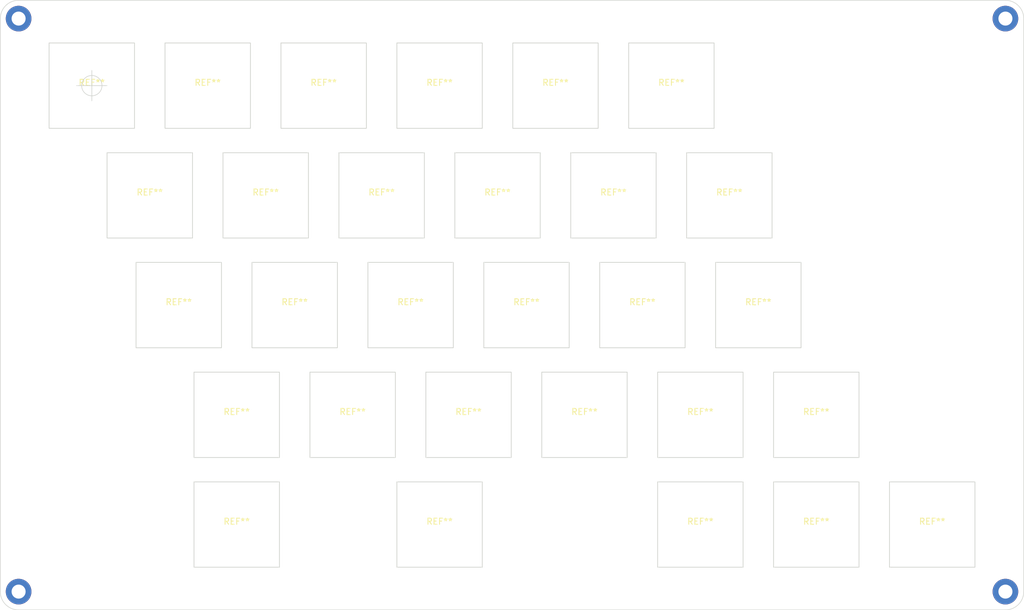
<source format=kicad_pcb>
(kicad_pcb (version 20211014) (generator pcbnew)
  (layers (0 "F.Cu" signal) (31 "B.Cu" signal) (34 "B.Paste" user) (35 "F.Paste" user) (36 "B.SilkS" user "B.Silkscreen") (37 "F.SilkS" user "F.Silkscreen") (38 "B.Mask" user) (39 "F.Mask" user) (44 "Edge.Cuts" user))
  (net 0 "")
  (footprint "Plate:Keyswitch Hole" (layer "F.Cu") (at 92.75 104)
    (fp_text reference "REF**" (at 0 -0.5 unlocked) (layer "F.SilkS"))
    (fp_text value "Keyswitch Hole")
    (fp_rect (start -7 -7) (end 7 7) (layer "Edge.Cuts") (width 0.12) (fill none))
  )
  (footprint "Plate:Keyswitch Hole" (layer "F.Cu") (at 107 50)
    (fp_text reference "REF**" (at 0 -0.5 unlocked) (layer "F.SilkS"))
    (fp_text value "Keyswitch Hole")
    (fp_rect (start -7 -7) (end 7 7) (layer "Edge.Cuts") (width 0.12) (fill none))
  )
  (footprint "Plate:Keyswitch Hole" (layer "F.Cu") (at 69 50)
    (fp_text reference "REF**" (at 0 -0.5 unlocked) (layer "F.SilkS"))
    (fp_text value "Keyswitch Hole")
    (fp_rect (start -7 -7) (end 7 7) (layer "Edge.Cuts") (width 0.12) (fill none))
  )
  (footprint "Plate:Keyswitch Hole" (layer "F.Cu") (at 83.25 86)
    (fp_text reference "REF**" (at 0 -0.5 unlocked) (layer "F.SilkS"))
    (fp_text value "Keyswitch Hole")
    (fp_rect (start -7 -7) (end 7 7) (layer "Edge.Cuts") (width 0.12) (fill none))
  )
  (footprint "Plate:Keyswitch Hole" (layer "F.Cu") (at 116.5 68)
    (fp_text reference "REF**" (at 0 -0.5 unlocked) (layer "F.SilkS"))
    (fp_text value "Keyswitch Hole")
    (fp_rect (start -7 -7) (end 7 7) (layer "Edge.Cuts") (width 0.12) (fill none))
  )
  (footprint "Plate:Keyswitch Hole" (layer "F.Cu") (at 88 50)
    (fp_text reference "REF**" (at 0 -0.5 unlocked) (layer "F.SilkS"))
    (fp_text value "Keyswitch Hole")
    (fp_rect (start -7 -7) (end 7 7) (layer "Edge.Cuts") (width 0.12) (fill none))
  )
  (footprint "Plate:Keyswitch Hole" (layer "F.Cu") (at 168.75 104)
    (fp_text reference "REF**" (at 0 -0.5 unlocked) (layer "F.SilkS"))
    (fp_text value "Keyswitch Hole")
    (fp_rect (start -7 -7) (end 7 7) (layer "Edge.Cuts") (width 0.12) (fill none))
  )
  (footprint "Plate:Keyswitch Hole" (layer "F.Cu") (at 126 50)
    (fp_text reference "REF**" (at 0 -0.5 unlocked) (layer "F.SilkS"))
    (fp_text value "Keyswitch Hole")
    (fp_rect (start -7 -7) (end 7 7) (layer "Edge.Cuts") (width 0.12) (fill none))
  )
  (footprint "Plate:Keyswitch Hole" (layer "F.Cu") (at 121.25 86)
    (fp_text reference "REF**" (at 0 -0.5 unlocked) (layer "F.SilkS"))
    (fp_text value "Keyswitch Hole")
    (fp_rect (start -7 -7) (end 7 7) (layer "Edge.Cuts") (width 0.12) (fill none))
  )
  (footprint "Plate:Keyswitch Hole" (layer "F.Cu") (at 154.5 68)
    (fp_text reference "REF**" (at 0 -0.5 unlocked) (layer "F.SilkS"))
    (fp_text value "Keyswitch Hole")
    (fp_rect (start -7 -7) (end 7 7) (layer "Edge.Cuts") (width 0.12) (fill none))
  )
  (footprint "Plate:Keyswitch Hole" (layer "F.Cu") (at 59.5 68)
    (fp_text reference "REF**" (at 0 -0.5 unlocked) (layer "F.SilkS"))
    (fp_text value "Keyswitch Hole")
    (fp_rect (start -7 -7) (end 7 7) (layer "Edge.Cuts") (width 0.12) (fill none))
  )
  (footprint "Plate:Keyswitch Hole" (layer "F.Cu") (at 111.75 104)
    (fp_text reference "REF**" (at 0 -0.5 unlocked) (layer "F.SilkS"))
    (fp_text value "Keyswitch Hole")
    (fp_rect (start -7 -7) (end 7 7) (layer "Edge.Cuts") (width 0.12) (fill none))
  )
  (footprint "Plate:Keyswitch Hole" (layer "F.Cu") (at 135.5 68)
    (fp_text reference "REF**" (at 0 -0.5 unlocked) (layer "F.SilkS"))
    (fp_text value "Keyswitch Hole")
    (fp_rect (start -7 -7) (end 7 7) (layer "Edge.Cuts") (width 0.12) (fill none))
  )
  (footprint "" (layer "F.Cu") (at 199.75 39)
    (fp_text reference "" (at 0 0) (layer "F.SilkS") (effects (font (size 1.27 1.27))))
    (fp_text value "" (at 0 0) (layer "F.SilkS") (effects (font (size 1.27 1.27))))
    (pad "" thru_hole circle locked (at 0 0) (size 4.2 4.2) (drill 2.3) (layers *.Cu *.Mask))
  )
  (footprint "Plate:Keyswitch Hole" (layer "F.Cu") (at 159.25 86)
    (fp_text reference "REF**" (at 0 -0.5 unlocked) (layer "F.SilkS"))
    (fp_text value "Keyswitch Hole")
    (fp_rect (start -7 -7) (end 7 7) (layer "Edge.Cuts") (width 0.12) (fill none))
  )
  (footprint "Plate:Keyswitch Hole" (layer "F.Cu") (at 64.25 86)
    (fp_text reference "REF**" (at 0 -0.5 unlocked) (layer "F.SilkS"))
    (fp_text value "Keyswitch Hole")
    (fp_rect (start -7 -7) (end 7 7) (layer "Edge.Cuts") (width 0.12) (fill none))
  )
  (footprint "Plate:Keyswitch Hole" (layer "F.Cu") (at 50 50)
    (fp_text reference "REF**" (at 0 -0.5 unlocked) (layer "F.SilkS"))
    (fp_text value "Keyswitch Hole")
    (fp_rect (start -7 -7) (end 7 7) (layer "Edge.Cuts") (width 0.12) (fill none))
  )
  (footprint "" (layer "F.Cu") (at 38 39)
    (fp_text reference "" (at 0 0) (layer "F.SilkS") (effects (font (size 1.27 1.27))))
    (fp_text value "" (at 0 0) (layer "F.SilkS") (effects (font (size 1.27 1.27))))
    (pad "" thru_hole circle locked (at 0 0) (size 4.2 4.2) (drill 2.3) (layers *.Cu *.Mask))
  )
  (footprint "Plate:Keyswitch Hole" (layer "F.Cu") (at 140.25 86)
    (fp_text reference "REF**" (at 0 -0.5 unlocked) (layer "F.SilkS"))
    (fp_text value "Keyswitch Hole")
    (fp_rect (start -7 -7) (end 7 7) (layer "Edge.Cuts") (width 0.12) (fill none))
  )
  (footprint "Plate:Keyswitch Hole" (layer "F.Cu") (at 149.75 104)
    (fp_text reference "REF**" (at 0 -0.5 unlocked) (layer "F.SilkS"))
    (fp_text value "Keyswitch Hole")
    (fp_rect (start -7 -7) (end 7 7) (layer "Edge.Cuts") (width 0.12) (fill none))
  )
  (footprint "Plate:Keyswitch Hole" (layer "F.Cu") (at 73.75 122)
    (fp_text reference "REF**" (at 0 -0.5 unlocked) (layer "F.SilkS"))
    (fp_text value "Keyswitch Hole")
    (fp_rect (start -7 -7) (end 7 7) (layer "Edge.Cuts") (width 0.12) (fill none))
  )
  (footprint "Plate:Keyswitch Hole" (layer "F.Cu") (at 78.5 68)
    (fp_text reference "REF**" (at 0 -0.5 unlocked) (layer "F.SilkS"))
    (fp_text value "Keyswitch Hole")
    (fp_rect (start -7 -7) (end 7 7) (layer "Edge.Cuts") (width 0.12) (fill none))
  )
  (footprint "Plate:Keyswitch Hole" (layer "F.Cu") (at 187.75 122)
    (fp_text reference "REF**" (at 0 -0.5 unlocked) (layer "F.SilkS"))
    (fp_text value "Keyswitch Hole")
    (fp_rect (start -7 -7) (end 7 7) (layer "Edge.Cuts") (width 0.12) (fill none))
  )
  (footprint "Plate:Keyswitch Hole" (layer "F.Cu") (at 107 122)
    (fp_text reference "REF**" (at 0 -0.5 unlocked) (layer "F.SilkS"))
    (fp_text value "Keyswitch Hole")
    (fp_rect (start -7 -7) (end 7 7) (layer "Edge.Cuts") (width 0.12) (fill none))
  )
  (footprint "Plate:Keyswitch Hole" (layer "F.Cu") (at 168.75 122)
    (fp_text reference "REF**" (at 0 -0.5 unlocked) (layer "F.SilkS"))
    (fp_text value "Keyswitch Hole")
    (fp_rect (start -7 -7) (end 7 7) (layer "Edge.Cuts") (width 0.12) (fill none))
  )
  (footprint "" (layer "F.Cu") (at 38 133)
    (fp_text reference "" (at 0 0) (layer "F.SilkS") (effects (font (size 1.27 1.27))))
    (fp_text value "" (at 0 0) (layer "F.SilkS") (effects (font (size 1.27 1.27))))
    (pad "" thru_hole circle locked (at 0 0) (size 4.2 4.2) (drill 2.3) (layers *.Cu *.Mask))
  )
  (footprint "Plate:Keyswitch Hole" (layer "F.Cu") (at 102.25 86)
    (fp_text reference "REF**" (at 0 -0.5 unlocked) (layer "F.SilkS"))
    (fp_text value "Keyswitch Hole")
    (fp_rect (start -7 -7) (end 7 7) (layer "Edge.Cuts") (width 0.12) (fill none))
  )
  (footprint "Plate:Keyswitch Hole" (layer "F.Cu") (at 145 50)
    (fp_text reference "REF**" (at 0 -0.5 unlocked) (layer "F.SilkS"))
    (fp_text value "Keyswitch Hole")
    (fp_rect (start -7 -7) (end 7 7) (layer "Edge.Cuts") (width 0.12) (fill none))
  )
  (footprint "Plate:Keyswitch Hole" (layer "F.Cu") (at 130.75 104)
    (fp_text reference "REF**" (at 0 -0.5 unlocked) (layer "F.SilkS"))
    (fp_text value "Keyswitch Hole")
    (fp_rect (start -7 -7) (end 7 7) (layer "Edge.Cuts") (width 0.12) (fill none))
  )
  (footprint "Plate:Keyswitch Hole" (layer "F.Cu") (at 73.75 104)
    (fp_text reference "REF**" (at 0 -0.5 unlocked) (layer "F.SilkS"))
    (fp_text value "Keyswitch Hole")
    (fp_rect (start -7 -7) (end 7 7) (layer "Edge.Cuts") (width 0.12) (fill none))
  )
  (footprint "Plate:Keyswitch Hole" (layer "F.Cu") (at 149.75 122)
    (fp_text reference "REF**" (at 0 -0.5 unlocked) (layer "F.SilkS"))
    (fp_text value "Keyswitch Hole")
    (fp_rect (start -7 -7) (end 7 7) (layer "Edge.Cuts") (width 0.12) (fill none))
  )
  (footprint "" (layer "F.Cu") (at 199.75 133)
    (fp_text reference "" (at 0 0) (layer "F.SilkS") (effects (font (size 1.27 1.27))))
    (fp_text value "" (at 0 0) (layer "F.SilkS") (effects (font (size 1.27 1.27))))
    (pad "" thru_hole circle locked (at 0 0) (size 4.2 4.2) (drill 2.3) (layers *.Cu *.Mask))
  )
  (footprint "Plate:Keyswitch Hole" (layer "F.Cu") (at 97.5 68)
    (fp_text reference "REF**" (at 0 -0.5 unlocked) (layer "F.SilkS"))
    (fp_text value "Keyswitch Hole")
    (fp_rect (start -7 -7) (end 7 7) (layer "Edge.Cuts") (width 0.12) (fill none))
  )
  (gr_arc (start 35 39) (mid 35.87868 36.87868) (end 38 36) (layer "Edge.Cuts") (width 0.1))
  (gr_line (start 202.75 39) (end 202.75 133) (layer "Edge.Cuts") (width 0.1))
  (gr_arc (start 202.75 133) (mid 201.87132 135.12132) (end 199.75 136) (layer "Edge.Cuts") (width 0.1))
  (gr_line (start 199.75 136) (end 38 136) (layer "Edge.Cuts") (width 0.1))
  (gr_arc (start 199.75 36) (mid 201.87132 36.87868) (end 202.75 39) (layer "Edge.Cuts") (width 0.1))
  (gr_line (start 35 133) (end 35 39) (layer "Edge.Cuts") (width 0.1))
  (gr_arc (start 38 136) (mid 35.87868 135.12132) (end 35 133) (layer "Edge.Cuts") (width 0.1))
  (gr_line (start 38 36) (end 199.75 36) (layer "Edge.Cuts") (width 0.1))
  (target plus (at 50 50) (size 5) (width 0.1) (layer "Edge.Cuts"))
)
</source>
